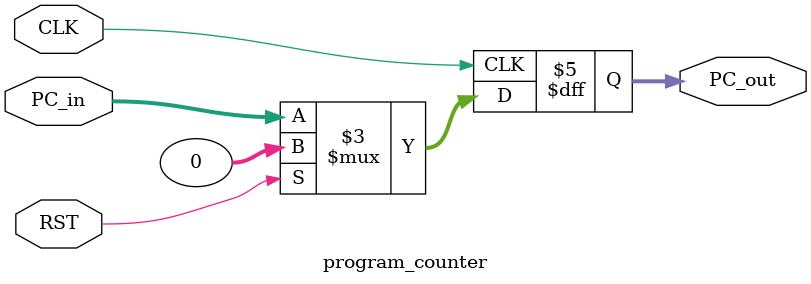
<source format=v>
module program_counter(
	input CLK, RST,
	input [31:0] PC_in,
	output reg [31:0] PC_out
);
	always @(posedge CLK) begin
		if (RST) begin
			PC_out <= 'd0;
		end else begin
			PC_out <= PC_in;
		end
	end

endmodule

</source>
